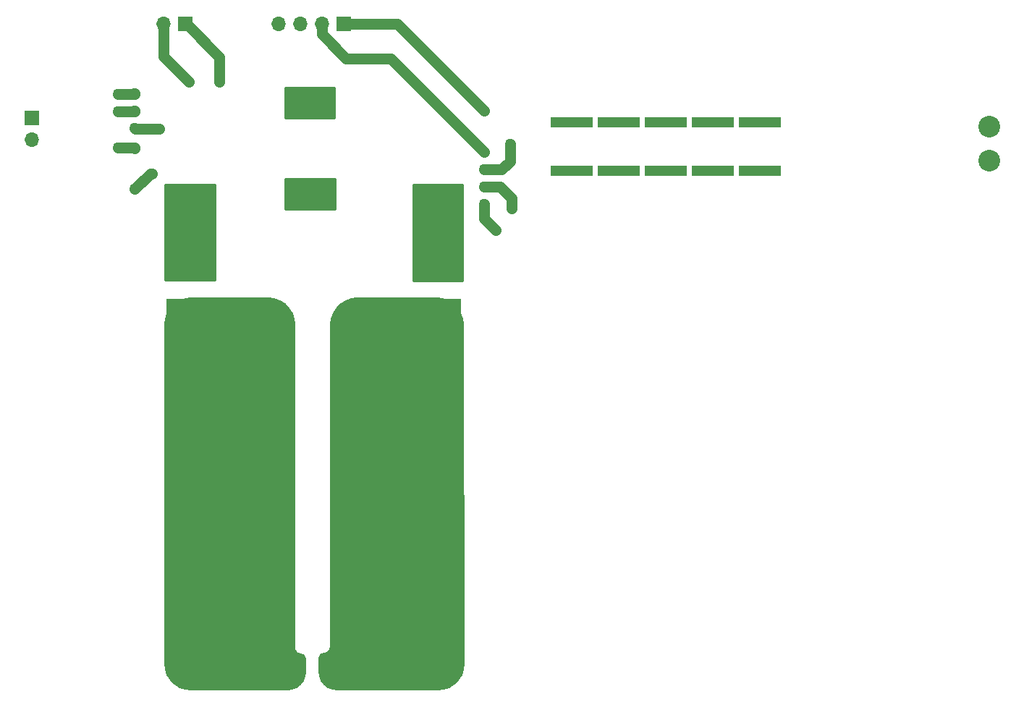
<source format=gbr>
G04 #@! TF.GenerationSoftware,KiCad,Pcbnew,(5.0.0)*
G04 #@! TF.CreationDate,2019-07-23T14:55:15-07:00*
G04 #@! TF.ProjectId,Test Project,546573742050726F6A6563742E6B6963,rev?*
G04 #@! TF.SameCoordinates,Original*
G04 #@! TF.FileFunction,Copper,L1,Top,Signal*
G04 #@! TF.FilePolarity,Positive*
%FSLAX46Y46*%
G04 Gerber Fmt 4.6, Leading zero omitted, Abs format (unit mm)*
G04 Created by KiCad (PCBNEW (5.0.0)) date 07/23/19 14:55:15*
%MOMM*%
%LPD*%
G01*
G04 APERTURE LIST*
G04 #@! TA.AperFunction,ComponentPad*
%ADD10O,1.700000X1.700000*%
G04 #@! TD*
G04 #@! TA.AperFunction,ComponentPad*
%ADD11R,1.700000X1.700000*%
G04 #@! TD*
G04 #@! TA.AperFunction,SMDPad,CuDef*
%ADD12R,5.000000X1.250000*%
G04 #@! TD*
G04 #@! TA.AperFunction,SMDPad,CuDef*
%ADD13R,1.250000X5.000000*%
G04 #@! TD*
G04 #@! TA.AperFunction,SMDPad,CuDef*
%ADD14R,5.511800X2.540000*%
G04 #@! TD*
G04 #@! TA.AperFunction,ComponentPad*
%ADD15C,2.540000*%
G04 #@! TD*
G04 #@! TA.AperFunction,SMDPad,CuDef*
%ADD16R,5.080000X2.540000*%
G04 #@! TD*
G04 #@! TA.AperFunction,BGAPad,CuDef*
%ADD17C,1.270000*%
G04 #@! TD*
G04 #@! TA.AperFunction,ViaPad*
%ADD18C,1.270000*%
G04 #@! TD*
G04 #@! TA.AperFunction,ViaPad*
%ADD19C,0.889000*%
G04 #@! TD*
G04 #@! TA.AperFunction,Conductor*
%ADD20C,1.270000*%
G04 #@! TD*
G04 #@! TA.AperFunction,Conductor*
%ADD21C,0.254000*%
G04 #@! TD*
G04 APERTURE END LIST*
D10*
G04 #@! TO.P,J5,2*
G04 #@! TO.N,/VDD_ISO*
X20460000Y82000000D03*
D11*
G04 #@! TO.P,J5,1*
G04 #@! TO.N,/GND_ISO*
X23000000Y82000000D03*
G04 #@! TD*
G04 #@! TO.P,J3,1*
G04 #@! TO.N,/VDD_Logic*
X5000000Y71000000D03*
D10*
G04 #@! TO.P,J3,2*
G04 #@! TO.N,/GND_Logic*
X5000000Y68460000D03*
G04 #@! TD*
D12*
G04 #@! TO.P,C5,2*
G04 #@! TO.N,/VC2_Neg*
X90195000Y70505000D03*
G04 #@! TO.P,C5,1*
G04 #@! TO.N,/VC2_Pos*
X90195000Y64805000D03*
G04 #@! TD*
G04 #@! TO.P,C1,1*
G04 #@! TO.N,/VC2_Pos*
X73695000Y64805000D03*
G04 #@! TO.P,C1,2*
G04 #@! TO.N,/VC2_Neg*
X73695000Y70505000D03*
G04 #@! TD*
G04 #@! TO.P,C3,2*
G04 #@! TO.N,/VC2_Neg*
X84695000Y70505000D03*
G04 #@! TO.P,C3,1*
G04 #@! TO.N,/VC2_Pos*
X84695000Y64805000D03*
G04 #@! TD*
G04 #@! TO.P,C4,1*
G04 #@! TO.N,/VC2_Pos*
X68195000Y64805000D03*
G04 #@! TO.P,C4,2*
G04 #@! TO.N,/VC2_Neg*
X68195000Y70505000D03*
G04 #@! TD*
D13*
G04 #@! TO.P,C6,2*
G04 #@! TO.N,/VAC_Neg*
X40705000Y39805000D03*
G04 #@! TO.P,C6,1*
G04 #@! TO.N,/VAC_Pos*
X35005000Y39805000D03*
G04 #@! TD*
G04 #@! TO.P,C7,1*
G04 #@! TO.N,/VAC_Pos*
X35005000Y28805000D03*
G04 #@! TO.P,C7,2*
G04 #@! TO.N,/VAC_Neg*
X40705000Y28805000D03*
G04 #@! TD*
G04 #@! TO.P,C9,2*
G04 #@! TO.N,/VAC_Neg*
X40705000Y23305000D03*
G04 #@! TO.P,C9,1*
G04 #@! TO.N,/VAC_Pos*
X35005000Y23305000D03*
G04 #@! TD*
G04 #@! TO.P,C10,1*
G04 #@! TO.N,/VAC_Pos*
X35005000Y34305000D03*
G04 #@! TO.P,C10,2*
G04 #@! TO.N,/VAC_Neg*
X40705000Y34305000D03*
G04 #@! TD*
D12*
G04 #@! TO.P,C2,2*
G04 #@! TO.N,/VC2_Neg*
X79195000Y70505000D03*
G04 #@! TO.P,C2,1*
G04 #@! TO.N,/VC2_Pos*
X79195000Y64805000D03*
G04 #@! TD*
D13*
G04 #@! TO.P,C8,1*
G04 #@! TO.N,/VAC_Pos*
X35005000Y45305000D03*
G04 #@! TO.P,C8,2*
G04 #@! TO.N,/VAC_Neg*
X40705000Y45305000D03*
G04 #@! TD*
D14*
G04 #@! TO.P,L1,1*
G04 #@! TO.N,/LC1_Pos*
X23500000Y53413000D03*
G04 #@! TO.P,L1,2*
G04 #@! TO.N,/VAC_Pos*
X23500000Y48587000D03*
G04 #@! TD*
G04 #@! TO.P,L2,2*
G04 #@! TO.N,/CF_Neg*
X52500000Y53413000D03*
G04 #@! TO.P,L2,1*
G04 #@! TO.N,/VAC_Neg*
X52500000Y48587000D03*
G04 #@! TD*
D11*
G04 #@! TO.P,J2,1*
G04 #@! TO.N,/~INB*
X41500000Y82000000D03*
D10*
G04 #@! TO.P,J2,2*
G04 #@! TO.N,/INB*
X38960000Y82000000D03*
G04 #@! TO.P,J2,3*
G04 #@! TO.N,/~INA*
X36420000Y82000000D03*
G04 #@! TO.P,J2,4*
G04 #@! TO.N,/INA*
X33880000Y82000000D03*
G04 #@! TD*
D15*
G04 #@! TO.P,J4,1*
G04 #@! TO.N,/VC2_Pos*
X117000000Y66018800D03*
G04 #@! TO.P,J4,2*
G04 #@! TO.N,/VC2_Neg*
X117000000Y69981200D03*
G04 #@! TD*
G04 #@! TO.P,J1,1*
G04 #@! TO.N,/VAC_Pos*
X35855800Y6985000D03*
G04 #@! TO.P,J1,2*
G04 #@! TO.N,/VAC_Neg*
X39818200Y6985000D03*
G04 #@! TD*
D16*
G04 #@! TO.P,U1,11*
G04 #@! TO.N,/VC2_Neg*
X37487300Y72849900D03*
G04 #@! TO.P,U1,9*
G04 #@! TO.N,/CF_Neg*
X52613000Y61912000D03*
G04 #@! TO.P,U1,10*
G04 #@! TO.N,/VC2_Pos*
X37487300Y61912000D03*
G04 #@! TO.P,U1,8*
G04 #@! TO.N,/LC1_Pos*
X23403000Y61912000D03*
D17*
G04 #@! TO.P,U1,1*
G04 #@! TO.N,/VDD_Logic*
X57947000Y60896000D03*
G04 #@! TO.P,U1,7*
G04 #@! TO.N,/GND_Logic*
X57947000Y62928000D03*
G04 #@! TO.P,U1,6*
X57947000Y64960000D03*
G04 #@! TO.P,U1,5*
G04 #@! TO.N,/INB*
X57947000Y66992000D03*
G04 #@! TO.P,U1,4*
G04 #@! TO.N,/~INB*
X57947000Y71818000D03*
G04 #@! TO.P,U1,13*
G04 #@! TO.N,/GND_ISO*
X26959000Y75247000D03*
G04 #@! TO.P,U1,12*
G04 #@! TO.N,/VDD_ISO*
X23403000Y75247000D03*
G04 #@! TO.P,U1,3*
G04 #@! TO.N,/~INA*
X17053000Y62674000D03*
G04 #@! TO.P,U1,6*
G04 #@! TO.N,/GND_Logic*
X17053000Y67484000D03*
G04 #@! TO.P,U1,2*
G04 #@! TO.N,/INA*
X17053000Y69786000D03*
G04 #@! TO.P,U1,7*
G04 #@! TO.N,/GND_Logic*
X17053000Y71818000D03*
G04 #@! TO.P,U1,1*
G04 #@! TO.N,/VDD_Logic*
X17053000Y73850000D03*
G04 #@! TD*
D18*
G04 #@! TO.N,/GND_Logic*
X15100000Y67500000D03*
X15100000Y71800000D03*
G04 #@! TO.N,/VDD_Logic*
X15100000Y73800000D03*
X59262000Y57912000D03*
G04 #@! TO.N,/GND_Logic*
X61167000Y60452004D03*
X61000000Y68000000D03*
G04 #@! TO.N,/INA*
X19930000Y69723000D03*
G04 #@! TO.N,/~INA*
X19041000Y64516000D03*
G04 #@! TO.N,/VC2_Pos*
X68200000Y64800000D03*
X69900000Y64800000D03*
X66500000Y64800000D03*
D19*
G04 #@! TO.N,/VC2_Neg*
X38600000Y72800000D03*
X36500000Y72800000D03*
D18*
X35500000Y73773000D03*
X39500000Y73773000D03*
X39615000Y71827000D03*
X35500000Y71827000D03*
X37500000Y73773000D03*
X37500000Y71827000D03*
G04 #@! TO.N,/VC2_Pos*
X35500000Y63011000D03*
X39500000Y63011000D03*
X37500000Y63011000D03*
X37500000Y61065000D03*
D19*
X38600000Y62038000D03*
D18*
X35500000Y61065000D03*
D19*
X36500000Y62038000D03*
D18*
X39615000Y61065000D03*
X75400000Y64800000D03*
X72000000Y64800000D03*
X73700000Y64800000D03*
X80900000Y64800000D03*
X77500000Y64800000D03*
X79200000Y64800000D03*
X84700000Y64800000D03*
X86400000Y64800000D03*
X83000000Y64800000D03*
X91900000Y64800000D03*
X90200000Y64800000D03*
X88500000Y64800000D03*
G04 #@! TO.N,/VC2_Neg*
X88500000Y70500000D03*
X91900000Y70500000D03*
X90200000Y70500000D03*
X83000000Y70500000D03*
X77500000Y70500000D03*
X72000000Y70500000D03*
X66500000Y70500000D03*
X86400000Y70500000D03*
X80900000Y70500000D03*
X75400000Y70500000D03*
X69900000Y70500000D03*
X84700000Y70500000D03*
X79200000Y70500000D03*
X73700000Y70500000D03*
X68200000Y70500000D03*
G04 #@! TD*
D20*
G04 #@! TO.N,/VDD_Logic*
X17003000Y73800000D02*
X17053000Y73850000D01*
X15100000Y73800000D02*
X17003000Y73800000D01*
X57947000Y59227000D02*
X59262000Y57912000D01*
X57947000Y60896000D02*
X57947000Y59227000D01*
G04 #@! TO.N,/GND_Logic*
X17037000Y67500000D02*
X17053000Y67484000D01*
X15100000Y67500000D02*
X17037000Y67500000D01*
X17035000Y71800000D02*
X17053000Y71818000D01*
X15100000Y71800000D02*
X17035000Y71800000D01*
X58845025Y62928000D02*
X57947000Y62928000D01*
X59834000Y62928000D02*
X58845025Y62928000D01*
X61167000Y60452004D02*
X61167000Y61595000D01*
X61167000Y61595000D02*
X59834000Y62928000D01*
X61000000Y65962000D02*
X61000000Y68000000D01*
X57947000Y64960000D02*
X59998000Y64960000D01*
X59998000Y64960000D02*
X61000000Y65962000D01*
G04 #@! TO.N,/INA*
X17116000Y69723000D02*
X17053000Y69786000D01*
X19930000Y69723000D02*
X17116000Y69723000D01*
G04 #@! TO.N,/~INA*
X18895000Y64516000D02*
X17053000Y62674000D01*
X19041000Y64516000D02*
X18895000Y64516000D01*
G04 #@! TO.N,/INB*
X57312001Y67626999D02*
X57312001Y67655999D01*
X57947000Y66992000D02*
X57312001Y67626999D01*
X57312001Y67655999D02*
X46990000Y77978000D01*
X38960000Y80797919D02*
X38960000Y82000000D01*
X41779919Y77978000D02*
X38960000Y80797919D01*
X46990000Y77978000D02*
X41779919Y77978000D01*
G04 #@! TO.N,/~INB*
X47765000Y82000000D02*
X57947000Y71818000D01*
X41500000Y82000000D02*
X47765000Y82000000D01*
G04 #@! TO.N,/VDD_ISO*
X20460000Y78190000D02*
X23403000Y75247000D01*
X20460000Y82000000D02*
X20460000Y78190000D01*
G04 #@! TO.N,/GND_ISO*
X23000000Y82000000D02*
X23109000Y82000000D01*
X26959000Y78150000D02*
X26959000Y75247000D01*
X23109000Y82000000D02*
X26959000Y78150000D01*
G04 #@! TD*
D21*
G04 #@! TO.N,/VC2_Neg*
G36*
X40377000Y71021000D02*
X34662000Y71021000D01*
X34662000Y74577000D01*
X40377000Y74577000D01*
X40377000Y71021000D01*
X40377000Y71021000D01*
G37*
X40377000Y71021000D02*
X34662000Y71021000D01*
X34662000Y74577000D01*
X40377000Y74577000D01*
X40377000Y71021000D01*
G04 #@! TO.N,/VC2_Pos*
G36*
X40504000Y60353000D02*
X34662000Y60353000D01*
X34662000Y63909000D01*
X40504000Y63909000D01*
X40504000Y60353000D01*
X40504000Y60353000D01*
G37*
X40504000Y60353000D02*
X34662000Y60353000D01*
X34662000Y63909000D01*
X40504000Y63909000D01*
X40504000Y60353000D01*
G04 #@! TO.N,/LC1_Pos*
G36*
X26416000Y52070000D02*
X20574000Y52070000D01*
X20574000Y63246000D01*
X26416000Y63246000D01*
X26416000Y52070000D01*
X26416000Y52070000D01*
G37*
X26416000Y52070000D02*
X20574000Y52070000D01*
X20574000Y63246000D01*
X26416000Y63246000D01*
X26416000Y52070000D01*
G04 #@! TO.N,/CF_Neg*
G36*
X55372000Y51943000D02*
X49657000Y51943000D01*
X49657000Y63246000D01*
X55372000Y63246000D01*
X55372000Y51943000D01*
X55372000Y51943000D01*
G37*
X55372000Y51943000D02*
X49657000Y51943000D01*
X49657000Y63246000D01*
X55372000Y63246000D01*
X55372000Y51943000D01*
G04 #@! TO.N,/VAC_Pos*
G36*
X33317065Y49833797D02*
X33961128Y49608430D01*
X34538893Y49245396D01*
X35021396Y48762893D01*
X35384430Y48185128D01*
X35609797Y47541065D01*
X35687000Y46855871D01*
X35687000Y9022251D01*
X35691392Y8989142D01*
X35777410Y8670605D01*
X35810742Y8613388D01*
X36045410Y8381448D01*
X36103013Y8348787D01*
X36422485Y8266513D01*
X36708417Y8192753D01*
X36893790Y8009095D01*
X36965835Y7740160D01*
X36962228Y6239103D01*
X36890423Y5702827D01*
X36685689Y5211064D01*
X36360823Y4788918D01*
X35937896Y4465067D01*
X35445644Y4261515D01*
X34909194Y4191000D01*
X23629129Y4191000D01*
X22943935Y4268203D01*
X22299872Y4493570D01*
X21722107Y4856604D01*
X21239604Y5339107D01*
X20876570Y5916872D01*
X20651203Y6560935D01*
X20574000Y7246129D01*
X20574000Y46855871D01*
X20651203Y47541065D01*
X20876570Y48185128D01*
X21239604Y48762893D01*
X21722107Y49245396D01*
X22299872Y49608430D01*
X22943935Y49833797D01*
X23629129Y49911000D01*
X32631871Y49911000D01*
X33317065Y49833797D01*
X33317065Y49833797D01*
G37*
X33317065Y49833797D02*
X33961128Y49608430D01*
X34538893Y49245396D01*
X35021396Y48762893D01*
X35384430Y48185128D01*
X35609797Y47541065D01*
X35687000Y46855871D01*
X35687000Y9022251D01*
X35691392Y8989142D01*
X35777410Y8670605D01*
X35810742Y8613388D01*
X36045410Y8381448D01*
X36103013Y8348787D01*
X36422485Y8266513D01*
X36708417Y8192753D01*
X36893790Y8009095D01*
X36965835Y7740160D01*
X36962228Y6239103D01*
X36890423Y5702827D01*
X36685689Y5211064D01*
X36360823Y4788918D01*
X35937896Y4465067D01*
X35445644Y4261515D01*
X34909194Y4191000D01*
X23629129Y4191000D01*
X22943935Y4268203D01*
X22299872Y4493570D01*
X21722107Y4856604D01*
X21239604Y5339107D01*
X20876570Y5916872D01*
X20651203Y6560935D01*
X20574000Y7246129D01*
X20574000Y46855871D01*
X20651203Y47541065D01*
X20876570Y48185128D01*
X21239604Y48762893D01*
X21722107Y49245396D01*
X22299872Y49608430D01*
X22943935Y49833797D01*
X23629129Y49911000D01*
X32631871Y49911000D01*
X33317065Y49833797D01*
G04 #@! TO.N,/VAC_Neg*
G36*
X53009652Y49834067D02*
X53652719Y49609476D01*
X54229839Y49247641D01*
X54712151Y48766659D01*
X55075576Y48190544D01*
X55301943Y47548100D01*
X55380766Y46864301D01*
X55490185Y7254565D01*
X55414607Y6567969D01*
X55190247Y5922293D01*
X54827605Y5342869D01*
X54344930Y4858858D01*
X53766511Y4494617D01*
X53121458Y4268475D01*
X52435069Y4191000D01*
X40711820Y4191000D01*
X40161432Y4263460D01*
X39656298Y4472694D01*
X39222533Y4805533D01*
X38889694Y5239298D01*
X38680460Y5744432D01*
X38608000Y6294820D01*
X38608000Y7793779D01*
X38688446Y8094009D01*
X38895991Y8301554D01*
X39561620Y8479908D01*
X39618553Y8512778D01*
X39874222Y8768447D01*
X39907092Y8825380D01*
X40000673Y9174630D01*
X40005000Y9207500D01*
X40005000Y46855871D01*
X40082203Y47541065D01*
X40307570Y48185128D01*
X40670604Y48762893D01*
X41153107Y49245396D01*
X41730872Y49608430D01*
X42374935Y49833797D01*
X43060129Y49911000D01*
X52325641Y49911000D01*
X53009652Y49834067D01*
X53009652Y49834067D01*
G37*
X53009652Y49834067D02*
X53652719Y49609476D01*
X54229839Y49247641D01*
X54712151Y48766659D01*
X55075576Y48190544D01*
X55301943Y47548100D01*
X55380766Y46864301D01*
X55490185Y7254565D01*
X55414607Y6567969D01*
X55190247Y5922293D01*
X54827605Y5342869D01*
X54344930Y4858858D01*
X53766511Y4494617D01*
X53121458Y4268475D01*
X52435069Y4191000D01*
X40711820Y4191000D01*
X40161432Y4263460D01*
X39656298Y4472694D01*
X39222533Y4805533D01*
X38889694Y5239298D01*
X38680460Y5744432D01*
X38608000Y6294820D01*
X38608000Y7793779D01*
X38688446Y8094009D01*
X38895991Y8301554D01*
X39561620Y8479908D01*
X39618553Y8512778D01*
X39874222Y8768447D01*
X39907092Y8825380D01*
X40000673Y9174630D01*
X40005000Y9207500D01*
X40005000Y46855871D01*
X40082203Y47541065D01*
X40307570Y48185128D01*
X40670604Y48762893D01*
X41153107Y49245396D01*
X41730872Y49608430D01*
X42374935Y49833797D01*
X43060129Y49911000D01*
X52325641Y49911000D01*
X53009652Y49834067D01*
G04 #@! TD*
M02*

</source>
